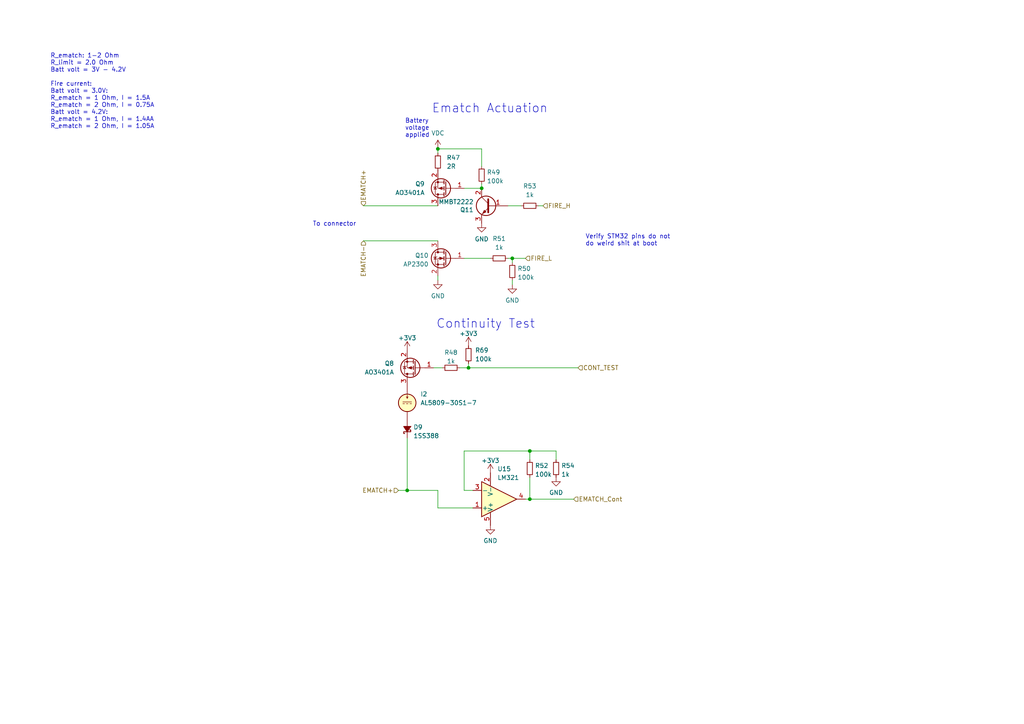
<source format=kicad_sch>
(kicad_sch (version 20211123) (generator eeschema)
  (paper "A4")
  (lib_symbols
    (symbol "Amplifier_Operational:LM321" (pin_names (offset 0.127))
      (property "Reference" "U" (at 0 7.62 0))
      (property "Value" "LM321" (at 0 5.08 0))
      (symbol "LM321_0_1"
        (polyline (pts (xy -5.08 5.08) (xy 5.08 0) (xy -5.08 -5.08) (xy -5.08 5.08)) (stroke (width 0.254)) (fill (type background)))
      )
      (symbol "LM321_1_1"
        (pin input line (at -7.62 2.54 0) (length 2.54) (name "+") (number "1"))
        (pin power_in line (at -2.54 -7.62 90) (length 3.81) (name "V-") (number "2"))
        (pin input line (at -7.62 -2.54 0) (length 2.54) (name "-") (number "3"))
        (pin output line (at 7.62 0 180) (length 2.54) (name "~") (number "4"))
        (pin power_in line (at -2.54 7.62 270) (length 3.81) (name "V+") (number "5"))
      )
    )
    (symbol "Device:D_Schottky_Small_Filled" (pin_numbers hide) (pin_names (offset 0.254) hide)
      (property "Reference" "D" (at -1.27 2.032 0))
      (property "Value" "D_Schottky_Small_Filled" (at -7.112 -2.032 0))
      (symbol "D_Schottky_Small_Filled_0_1"
        (polyline (pts (xy -0.762 0) (xy 0.762 0)))
        (polyline (pts (xy 0.762 -1.016) (xy -0.762 0) (xy 0.762 1.016) (xy 0.762 -1.016)) (stroke (width 0.254)) (fill (type outline)))
        (polyline (pts (xy -1.27 0.762) (xy -1.27 1.016) (xy -0.762 1.016) (xy -0.762 -1.016) (xy -0.254 -1.016) (xy -0.254 -0.762)) (stroke (width 0.254)))
      )
      (symbol "D_Schottky_Small_Filled_1_1"
        (pin passive line (at -2.54 0 0) (length 1.778) (name "K") (number "1"))
        (pin passive line (at 2.54 0 180) (length 1.778) (name "A") (number "2"))
      )
    )
    (symbol "Device:Q_NPN_BCE" (pin_names (offset 0) hide)
      (property "Reference" "Q" (at 5.08 1.27 0))
      (property "Value" "Q_NPN_BCE" (at 5.08 -1.27 0))
      (symbol "Q_NPN_BCE_0_1"
        (polyline (pts (xy 0.635 0.635) (xy 2.54 2.54)))
        (polyline (pts (xy 0.635 -0.635) (xy 2.54 -2.54) (xy 2.54 -2.54)))
        (polyline (pts (xy 0.635 1.905) (xy 0.635 -1.905) (xy 0.635 -1.905)) (stroke (width 0.508)))
        (polyline (pts (xy 1.27 -1.778) (xy 1.778 -1.27) (xy 2.286 -2.286) (xy 1.27 -1.778) (xy 1.27 -1.778)) (fill (type outline)))
        (circle (center 1.27 0) (radius 2.8194) (stroke (width 0.254)))
      )
      (symbol "Q_NPN_BCE_1_1"
        (pin input line (at -5.08 0 0) (length 5.715) (name "B") (number "1"))
        (pin passive line (at 2.54 5.08 270) (length 2.54) (name "C") (number "2"))
        (pin passive line (at 2.54 -5.08 90) (length 2.54) (name "E") (number "3"))
      )
    )
    (symbol "Device:R_Small" (pin_numbers hide) (pin_names (offset 0.254) hide)
      (property "Reference" "R" (at 0.762 0.508 0))
      (property "Value" "R_Small" (at 0.762 -1.016 0))
      (symbol "R_Small_0_1"
        (rectangle (start -0.762 1.778) (end 0.762 -1.778) (stroke (width 0.2032)))
      )
      (symbol "R_Small_1_1"
        (pin passive line (at 0 2.54 270) (length 0.762) (name "~") (number "1"))
        (pin passive line (at 0 -2.54 90) (length 0.762) (name "~") (number "2"))
      )
    )
    (symbol "Simulation_SPICE:IDC" (pin_numbers hide) (pin_names (offset 0.0254))
      (property "Reference" "I" (at 2.54 2.54 0))
      (property "Value" "IDC" (at 2.54 0 0))
      (property "Spice_Model" "dc(1)" (at 2.54 -2.54 0))
      (symbol "IDC_0_0"
        (polyline (pts (xy -1.27 0.254) (xy 1.27 0.254)))
        (polyline (pts (xy -0.762 -0.254) (xy -1.27 -0.254)))
        (polyline (pts (xy 0.254 -0.254) (xy -0.254 -0.254)))
        (polyline (pts (xy 1.27 -0.254) (xy 0.762 -0.254)))
      )
      (symbol "IDC_0_1"
        (polyline (pts (xy 0 1.27) (xy 0 2.286)))
        (polyline (pts (xy -0.254 1.778) (xy 0 1.27) (xy 0.254 1.778)))
        (circle (center 0 0) (radius 2.54) (stroke (width 0.254)) (fill (type background)))
      )
      (symbol "IDC_1_1"
        (pin passive line (at 0 5.08 270) (length 2.54) (name "~") (number "1"))
        (pin passive line (at 0 -5.08 90) (length 2.54) (name "~") (number "2"))
      )
    )
    (symbol "Transistor_FET:2N7002E" (pin_names hide)
      (property "Reference" "Q" (at 5.08 1.905 0))
      (property "Value" "2N7002E" (at 5.08 0 0))
      (symbol "2N7002E_0_1"
        (polyline (pts (xy 0.254 0) (xy -2.54 0)))
        (polyline (pts (xy 0.254 1.905) (xy 0.254 -1.905)) (stroke (width 0.254)))
        (polyline (pts (xy 0.762 -1.27) (xy 0.762 -2.286)) (stroke (width 0.254)))
        (polyline (pts (xy 0.762 0.508) (xy 0.762 -0.508)) (stroke (width 0.254)))
        (polyline (pts (xy 0.762 2.286) (xy 0.762 1.27)) (stroke (width 0.254)))
        (polyline (pts (xy 2.54 2.54) (xy 2.54 1.778)))
        (polyline (pts (xy 2.54 -2.54) (xy 2.54 0) (xy 0.762 0)))
        (polyline (pts (xy 0.762 -1.778) (xy 3.302 -1.778) (xy 3.302 1.778) (xy 0.762 1.778)))
        (polyline (pts (xy 1.016 0) (xy 2.032 0.381) (xy 2.032 -0.381) (xy 1.016 0)) (fill (type outline)))
        (polyline (pts (xy 2.794 0.508) (xy 2.921 0.381) (xy 3.683 0.381) (xy 3.81 0.254)))
        (polyline (pts (xy 3.302 0.381) (xy 2.921 -0.254) (xy 3.683 -0.254) (xy 3.302 0.381)))
        (circle (center 1.651 0) (radius 2.794) (stroke (width 0.254)))
        (circle (center 2.54 -1.778) (radius 0.254) (fill (type outline)))
        (circle (center 2.54 1.778) (radius 0.254) (fill (type outline)))
      )
      (symbol "2N7002E_1_1"
        (pin input line (at -5.08 0 0) (length 2.54) (name "G") (number "1"))
        (pin passive line (at 2.54 -5.08 90) (length 2.54) (name "S") (number "2"))
        (pin passive line (at 2.54 5.08 270) (length 2.54) (name "D") (number "3"))
      )
    )
    (symbol "Transistor_FET:AO3401A" (pin_names hide)
      (property "Reference" "Q" (at 5.08 1.905 0))
      (property "Value" "AO3401A" (at 5.08 0 0))
      (symbol "AO3401A_0_1"
        (polyline (pts (xy 0.254 0) (xy -2.54 0)))
        (polyline (pts (xy 0.254 1.905) (xy 0.254 -1.905)) (stroke (width 0.254)))
        (polyline (pts (xy 0.762 -1.27) (xy 0.762 -2.286)) (stroke (width 0.254)))
        (polyline (pts (xy 0.762 0.508) (xy 0.762 -0.508)) (stroke (width 0.254)))
        (polyline (pts (xy 0.762 2.286) (xy 0.762 1.27)) (stroke (width 0.254)))
        (polyline (pts (xy 2.54 2.54) (xy 2.54 1.778)))
        (polyline (pts (xy 2.54 -2.54) (xy 2.54 0) (xy 0.762 0)))
        (polyline (pts (xy 0.762 1.778) (xy 3.302 1.778) (xy 3.302 -1.778) (xy 0.762 -1.778)))
        (polyline (pts (xy 2.286 0) (xy 1.27 0.381) (xy 1.27 -0.381) (xy 2.286 0)) (fill (type outline)))
        (polyline (pts (xy 2.794 -0.508) (xy 2.921 -0.381) (xy 3.683 -0.381) (xy 3.81 -0.254)))
        (polyline (pts (xy 3.302 -0.381) (xy 2.921 0.254) (xy 3.683 0.254) (xy 3.302 -0.381)))
        (circle (center 1.651 0) (radius 2.794) (stroke (width 0.254)))
        (circle (center 2.54 -1.778) (radius 0.254) (fill (type outline)))
        (circle (center 2.54 1.778) (radius 0.254) (fill (type outline)))
      )
      (symbol "AO3401A_1_1"
        (pin input line (at -5.08 0 0) (length 2.54) (name "G") (number "1"))
        (pin passive line (at 2.54 -5.08 90) (length 2.54) (name "S") (number "2"))
        (pin passive line (at 2.54 5.08 270) (length 2.54) (name "D") (number "3"))
      )
    )
    (symbol "power:+3.3V" (power) (pin_names (offset 0))
      (property "Value" "+3.3V" (at 0 3.556 0))
      (symbol "+3.3V_0_1"
        (polyline (pts (xy -0.762 1.27) (xy 0 2.54)))
        (polyline (pts (xy 0 0) (xy 0 2.54)))
        (polyline (pts (xy 0 2.54) (xy 0.762 1.27)))
      )
      (symbol "+3.3V_1_1"
        (pin power_in line (at 0 0 90) (length 0) hide (name "+3V3") (number "1"))
      )
    )
    (symbol "power:GND" (power) (pin_names (offset 0))
      (property "Value" "GND" (at 0 -3.81 0))
      (symbol "GND_0_1"
        (polyline (pts (xy 0 0) (xy 0 -1.27) (xy 1.27 -1.27) (xy 0 -2.54) (xy -1.27 -1.27) (xy 0 -1.27)))
      )
      (symbol "GND_1_1"
        (pin power_in line (at 0 0 270) (length 0) hide (name "GND") (number "1"))
      )
    )
    (symbol "power:VDC" (power) (pin_names (offset 0))
      (property "Value" "VDC" (at 0 6.35 0))
      (symbol "VDC_0_1"
        (polyline (pts (xy -0.762 1.27) (xy 0 2.54)))
        (polyline (pts (xy 0 0) (xy 0 2.54)))
        (polyline (pts (xy 0 2.54) (xy 0.762 1.27)))
      )
      (symbol "VDC_1_1"
        (pin power_in line (at 0 0 90) (length 0) hide (name "VDC") (number "1"))
      )
    )
  )
  (junction (at 127 43.18))
  (junction (at 153.67 130.81))
  (junction (at 148.59 74.93))
  (junction (at 118.11 142.24))
  (junction (at 135.89 106.68))
  (junction (at 139.7 54.61))
  (junction (at 153.67 144.78))
  (wire (pts (xy 153.67 144.78) (xy 166.37 144.78)))
  (wire (pts (xy 127 147.32) (xy 127 142.24)))
  (wire (pts (xy 137.16 142.24) (xy 134.62 142.24)))
  (wire (pts (xy 147.32 59.69) (xy 151.13 59.69)))
  (wire (pts (xy 153.67 130.81) (xy 153.67 133.35)))
  (wire (pts (xy 105.41 59.69) (xy 127 59.69)))
  (wire (pts (xy 139.7 43.18) (xy 139.7 48.26)))
  (wire (pts (xy 105.41 69.85) (xy 127 69.85)))
  (wire (pts (xy 135.89 105.41) (xy 135.89 106.68)))
  (wire (pts (xy 153.67 130.81) (xy 161.29 130.81)))
  (wire (pts (xy 127 142.24) (xy 118.11 142.24)))
  (wire (pts (xy 127 43.18) (xy 127 44.45)))
  (wire (pts (xy 137.16 147.32) (xy 127 147.32)))
  (wire (pts (xy 118.11 127) (xy 118.11 142.24)))
  (wire (pts (xy 134.62 74.93) (xy 142.24 74.93)))
  (wire (pts (xy 134.62 130.81) (xy 153.67 130.81)))
  (wire (pts (xy 115.57 142.24) (xy 118.11 142.24)))
  (wire (pts (xy 127 80.01) (xy 127 81.28)))
  (wire (pts (xy 148.59 81.28) (xy 148.59 82.55)))
  (wire (pts (xy 127 43.18) (xy 139.7 43.18)))
  (wire (pts (xy 161.29 130.81) (xy 161.29 133.35)))
  (wire (pts (xy 147.32 74.93) (xy 148.59 74.93)))
  (wire (pts (xy 152.4 144.78) (xy 153.67 144.78)))
  (wire (pts (xy 153.67 138.43) (xy 153.67 144.78)))
  (wire (pts (xy 139.7 53.34) (xy 139.7 54.61)))
  (wire (pts (xy 156.21 59.69) (xy 157.48 59.69)))
  (wire (pts (xy 133.35 106.68) (xy 135.89 106.68)))
  (wire (pts (xy 148.59 74.93) (xy 152.4 74.93)))
  (wire (pts (xy 134.62 54.61) (xy 139.7 54.61)))
  (wire (pts (xy 134.62 142.24) (xy 134.62 130.81)))
  (wire (pts (xy 125.73 106.68) (xy 128.27 106.68)))
  (wire (pts (xy 148.59 74.93) (xy 148.59 76.2)))
  (wire (pts (xy 135.89 106.68) (xy 167.64 106.68)))
  (text "Continuity Test" (at 126.492 95.504 0) (effects (font (size 2.54 2.54)) (justify left bottom)))
  (text "Verify STM32 pins do not\ndo weird shit at boot" (at 169.799 71.501 0) (effects (font (size 1.27 1.27)) (justify left bottom)))
  (text "Battery \nvoltage \napplied" (at 117.475 40.005 0) (effects (font (size 1.27 1.27)) (justify left bottom)))
  (text "R_ematch: 1-2 Ohm\nR_limit = 2.0 Ohm\nBatt volt = 3V - 4.2V\n\nFire current:\nBatt volt = 3.0V: \nR_ematch = 1 Ohm, I = 1.5A\nR_ematch = 2 Ohm, I = 0.75A\nBatt volt = 4.2V:\nR_ematch = 1 Ohm, I = 1.4AA\nR_ematch = 2 Ohm, I = 1.05A\n" (at 14.605 37.465 0) (effects (font (size 1.27 1.27)) (justify left bottom)))
  (text "To connector" (at 90.678 65.786 0) (effects (font (size 1.27 1.27)) (justify left bottom)))
  (text "Ematch Actuation" (at 125.222 33.02 0) (effects (font (size 2.54 2.54)) (justify left bottom)))
  (hierarchical_label "FIRE_H" (shape input) (at 157.48 59.69 0))
  (hierarchical_label "EMATCH_Cont" (shape input) (at 166.37 144.78 0))
  (hierarchical_label "EMATCH-" (shape input) (at 105.41 69.85 270))
  (hierarchical_label "EMATCH+" (shape input) (at 115.57 142.24 180))
  (hierarchical_label "CONT_TEST" (shape input) (at 167.64 106.68 0))
  (hierarchical_label "EMATCH+" (shape input) (at 105.41 59.69 90))
  (hierarchical_label "FIRE_L" (shape input) (at 152.4 74.93 0))
  (symbol (lib_id "Device:R_Small") (at 161.29 135.89 180) (unit 1)
    (property "Reference" "R54" (at 162.7886 135.0553 0) (effects (justify right)))
    (property "Value" "1k" (at 162.7886 137.5922 0) (effects (justify right)))
    (property "Footprint" "Resistor_SMD:R_0603_1608Metric" (effects hide))
  )
  (symbol (lib_id "power:GND") (at 148.59 82.55 0) (unit 1)
    (property "Reference" "#PWR0192" (effects hide))
    (property "Value" "GND" (at 148.59 87.1126 0))
  )
  (symbol (lib_id "Device:R_Small") (at 135.89 102.87 180) (unit 1)
    (property "Reference" "R69" (at 137.795 101.5999 0) (effects (justify right)))
    (property "Value" "100k" (at 137.795 104.1399 0) (effects (justify right)))
    (property "Footprint" "Resistor_SMD:R_0603_1608Metric" (effects hide))
  )
  (symbol (lib_id "power:GND") (at 161.29 138.43 0) (unit 1)
    (property "Reference" "#PWR0203" (effects hide))
    (property "Value" "GND" (at 161.29 142.8734 0))
  )
  (symbol (lib_id "Transistor_FET:AO3401A") (at 120.65 106.68 180) (unit 1)
    (property "Reference" "Q8" (at 114.3 105.4099 0) (effects (justify left)))
    (property "Value" "AO3401A" (at 114.3 107.9499 0) (effects (justify left)))
    (property "Footprint" "Package_TO_SOT_SMD:SOT-23" (effects hide))
    (property "Datasheet" "http://www.aosmd.com/pdfs/datasheet/AO3401A.pdf" (effects hide))
    (property "LCSC#" "C347476" (effects hide))
  )
  (symbol (lib_id "Transistor_FET:2N7002E") (at 129.54 74.93 0) (mirror y) (unit 1)
    (property "Reference" "Q10" (at 124.3331 74.0953 0) (effects (justify left)))
    (property "Value" "AP2300" (at 124.3331 76.6322 0) (effects (justify left)))
    (property "Footprint" "Package_TO_SOT_SMD:SOT-23" (effects hide))
    (property "Datasheet" "https://datasheet.lcsc.com/lcsc/1912111437_ALLPOWER-ShenZhen-Quan-Li-Semiconductor-AP2300_C360338.pdf" (effects hide))
    (property "LCSC#" "C360338" (effects hide))
  )
  (symbol (lib_id "power:GND") (at 142.24 152.4 0) (unit 1)
    (property "Reference" "#PWR0194" (effects hide))
    (property "Value" "GND" (at 142.24 156.8434 0))
  )
  (symbol (lib_id "power:VDC") (at 127 43.18 0) (unit 1)
    (property "Reference" "#PWR0191" (effects hide))
    (property "Value" "VDC" (at 127 38.608 0))
  )
  (symbol (lib_id "Amplifier_Operational:LM321") (at 144.78 144.78 0) (mirror x) (unit 1)
    (property "Reference" "U15" (at 144.2594 136.0002 0) (effects (justify left)))
    (property "Value" "LM321" (at 144.2594 138.5371 0) (effects (justify left)))
    (property "Footprint" "Package_TO_SOT_SMD:SOT-23-5" (effects hide))
    (property "Datasheet" "http://www.ti.com/lit/ds/symlink/lm321.pdf" (effects hide))
    (property "LCSC#" "C5189111" (effects hide))
  )
  (symbol (lib_id "Device:R_Small") (at 144.78 74.93 90) (unit 1)
    (property "Reference" "R51" (at 144.78 69.215 90))
    (property "Value" "1k" (at 144.78 71.755 90))
    (property "Footprint" "Resistor_SMD:R_0603_1608Metric" (effects hide))
  )
  (symbol (lib_id "Device:R_Small") (at 153.67 135.89 180) (unit 1)
    (property "Reference" "R52" (at 155.1686 135.0553 0) (effects (justify right)))
    (property "Value" "100k" (at 155.1686 137.5922 0) (effects (justify right)))
    (property "Footprint" "Resistor_SMD:R_0603_1608Metric" (effects hide))
  )
  (symbol (lib_id "power:+3.3V") (at 142.24 137.16 0) (unit 1)
    (property "Reference" "#PWR0202" (effects hide))
    (property "Value" "+3.3V" (at 142.24 133.5842 0))
  )
  (symbol (lib_id "Transistor_FET:AO3401A") (at 129.54 54.61 180) (unit 1)
    (property "Reference" "Q9" (at 123.19 53.3399 0) (effects (justify left)))
    (property "Value" "AO3401A" (at 123.19 55.8799 0) (effects (justify left)))
    (property "Footprint" "Package_TO_SOT_SMD:SOT-23" (effects hide))
    (property "Datasheet" "http://www.aosmd.com/pdfs/datasheet/AO3401A.pdf" (effects hide))
    (property "LCSC#" "C347476" (effects hide))
  )
  (symbol (lib_id "Device:R_Small") (at 139.7 50.8 180) (unit 1)
    (property "Reference" "R49" (at 141.1986 49.9653 0) (effects (justify right)))
    (property "Value" "100k" (at 141.1986 52.5022 0) (effects (justify right)))
    (property "Footprint" "Resistor_SMD:R_0603_1608Metric" (effects hide))
  )
  (symbol (lib_id "Device:R_Small") (at 153.67 59.69 90) (unit 1)
    (property "Reference" "R53" (at 153.67 53.975 90))
    (property "Value" "1k" (at 153.67 56.515 90))
    (property "Footprint" "Resistor_SMD:R_0603_1608Metric" (effects hide))
  )
  (symbol (lib_id "Device:R_Small") (at 148.59 78.74 180) (unit 1)
    (property "Reference" "R50" (at 150.0886 77.9053 0) (effects (justify right)))
    (property "Value" "100k" (at 150.0886 80.4422 0) (effects (justify right)))
    (property "Footprint" "Resistor_SMD:R_0603_1608Metric" (effects hide))
  )
  (symbol (lib_id "power:GND") (at 127 81.28 0) (unit 1)
    (property "Reference" "#PWR0190" (effects hide))
    (property "Value" "GND" (at 127 85.8426 0))
  )
  (symbol (lib_id "power:GND") (at 139.7 64.77 0) (unit 1)
    (property "Reference" "#PWR0189" (effects hide))
    (property "Value" "GND" (at 139.7 69.3326 0))
  )
  (symbol (lib_id "Device:D_Schottky_Small_Filled") (at 118.11 124.46 90) (unit 1)
    (property "Reference" "D9" (at 119.888 123.8793 90) (effects (justify right)))
    (property "Value" "1SS388" (at 119.888 126.4162 90) (effects (justify right)))
    (property "Footprint" "Diode_SMD:D_SOD-523" (effects hide))
    (property "Datasheet" "https://datasheet.lcsc.com/lcsc/2204061830_TECH-PUBLIC-1SS388_C2987059.pdf" (effects hide))
    (property "LCSC#" "C2987059" (effects hide))
  )
  (symbol (lib_id "Device:R_Small") (at 130.81 106.68 90) (unit 1)
    (property "Reference" "R48" (at 130.81 102.2436 90))
    (property "Value" "1k" (at 130.81 104.7805 90))
    (property "Footprint" "Resistor_SMD:R_0603_1608Metric" (effects hide))
  )
  (symbol (lib_id "Simulation_SPICE:IDC") (at 118.11 116.84 0) (unit 1)
    (property "Reference" "I2" (at 121.92 114.2999 0) (effects (justify left)))
    (property "Value" "AL5809-30S1-7" (at 121.92 116.8399 0) (effects (justify left)))
    (property "Footprint" "Diode_SMD:D_SOD-123" (effects hide))
    (property "Datasheet" "https://datasheet.lcsc.com/lcsc/1809290411_Diodes-Incorporated-AL5809-30S1-7_C151325.pdf" (effects hide))
    (property "LCSC#" "C151325" (effects hide))
  )
  (symbol (lib_id "Device:Q_NPN_BCE") (at 142.24 59.69 0) (mirror y) (unit 1)
    (property "Reference" "Q11" (at 137.3886 60.8584 0) (effects (justify left)))
    (property "Value" "MMBT2222" (at 137.3886 58.547 0) (effects (justify left)))
    (property "Footprint" "Package_TO_SOT_SMD:SOT-23" (effects hide))
    (property "Datasheet" "chrome-extension://efaidnbmnnnibpcajpcglclefindmkaj/https://www.onsemi.com/pdf/datasheet/mmbt2222lt1-d.pdf" (effects hide))
    (property "LCSC#" "C8512" (effects hide))
  )
  (symbol (lib_id "power:+3.3V") (at 135.89 100.33 0) (unit 1)
    (property "Reference" "#PWR0226" (effects hide))
    (property "Value" "+3.3V" (at 135.89 96.7542 0))
  )
  (symbol (lib_id "power:+3.3V") (at 118.11 101.6 0) (unit 1)
    (property "Reference" "#PWR0193" (effects hide))
    (property "Value" "+3.3V" (at 118.11 98.0242 0))
  )
  (symbol (lib_id "Device:R_Small") (at 127 46.99 0) (unit 1)
    (property "Reference" "R47" (at 129.54 45.7199 0) (effects (justify left)))
    (property "Value" "2R" (at 129.54 48.2599 0) (effects (justify left)))
    (property "Footprint" "Resistor_SMD:R_2512_6332Metric" (effects hide))
    (property "Datasheet" "https://lcsc.com/product-detail/Chip-span-style-background-color-ff0-Resistor-span-Surface-Mount_UNI-ROYAL-Uniroyal-Elec-HP122WF200KT4E_C91926.html" (effects hide))
    (property "LCSC#" "C91926" (effects hide))
  )
)
</source>
